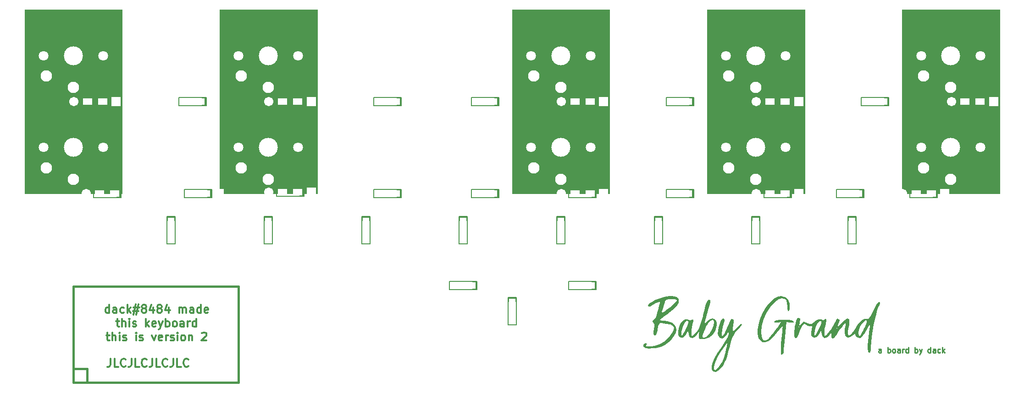
<source format=gbr>
G04 #@! TF.GenerationSoftware,KiCad,Pcbnew,(5.1.4)-1*
G04 #@! TF.CreationDate,2021-07-28T13:43:45-07:00*
G04 #@! TF.ProjectId,pcbtesting,70636274-6573-4746-996e-672e6b696361,rev?*
G04 #@! TF.SameCoordinates,Original*
G04 #@! TF.FileFunction,Legend,Top*
G04 #@! TF.FilePolarity,Positive*
%FSLAX46Y46*%
G04 Gerber Fmt 4.6, Leading zero omitted, Abs format (unit mm)*
G04 Created by KiCad (PCBNEW (5.1.4)-1) date 2021-07-28 13:43:45*
%MOMM*%
%LPD*%
G04 APERTURE LIST*
%ADD10C,0.300000*%
%ADD11C,0.250000*%
%ADD12C,0.100000*%
%ADD13C,0.381000*%
%ADD14C,0.020000*%
%ADD15C,0.150000*%
%ADD16R,1.854600X1.854600*%
%ADD17C,1.854600*%
%ADD18C,2.102000*%
%ADD19C,1.802000*%
%ADD20C,3.502000*%
%ADD21R,1.702000X1.702000*%
%ADD22C,1.702000*%
%ADD23R,1.702000X1.302000*%
%ADD24R,1.302000X1.702000*%
G04 APERTURE END LIST*
D10*
X29871428Y-78578571D02*
X29871428Y-79650000D01*
X29800000Y-79864285D01*
X29657142Y-80007142D01*
X29442857Y-80078571D01*
X29300000Y-80078571D01*
X31300000Y-80078571D02*
X30585714Y-80078571D01*
X30585714Y-78578571D01*
X32657142Y-79935714D02*
X32585714Y-80007142D01*
X32371428Y-80078571D01*
X32228571Y-80078571D01*
X32014285Y-80007142D01*
X31871428Y-79864285D01*
X31800000Y-79721428D01*
X31728571Y-79435714D01*
X31728571Y-79221428D01*
X31800000Y-78935714D01*
X31871428Y-78792857D01*
X32014285Y-78650000D01*
X32228571Y-78578571D01*
X32371428Y-78578571D01*
X32585714Y-78650000D01*
X32657142Y-78721428D01*
X33728571Y-78578571D02*
X33728571Y-79650000D01*
X33657142Y-79864285D01*
X33514285Y-80007142D01*
X33300000Y-80078571D01*
X33157142Y-80078571D01*
X35157142Y-80078571D02*
X34442857Y-80078571D01*
X34442857Y-78578571D01*
X36514285Y-79935714D02*
X36442857Y-80007142D01*
X36228571Y-80078571D01*
X36085714Y-80078571D01*
X35871428Y-80007142D01*
X35728571Y-79864285D01*
X35657142Y-79721428D01*
X35585714Y-79435714D01*
X35585714Y-79221428D01*
X35657142Y-78935714D01*
X35728571Y-78792857D01*
X35871428Y-78650000D01*
X36085714Y-78578571D01*
X36228571Y-78578571D01*
X36442857Y-78650000D01*
X36514285Y-78721428D01*
X37585714Y-78578571D02*
X37585714Y-79650000D01*
X37514285Y-79864285D01*
X37371428Y-80007142D01*
X37157142Y-80078571D01*
X37014285Y-80078571D01*
X39014285Y-80078571D02*
X38300000Y-80078571D01*
X38300000Y-78578571D01*
X40371428Y-79935714D02*
X40300000Y-80007142D01*
X40085714Y-80078571D01*
X39942857Y-80078571D01*
X39728571Y-80007142D01*
X39585714Y-79864285D01*
X39514285Y-79721428D01*
X39442857Y-79435714D01*
X39442857Y-79221428D01*
X39514285Y-78935714D01*
X39585714Y-78792857D01*
X39728571Y-78650000D01*
X39942857Y-78578571D01*
X40085714Y-78578571D01*
X40300000Y-78650000D01*
X40371428Y-78721428D01*
X41442857Y-78578571D02*
X41442857Y-79650000D01*
X41371428Y-79864285D01*
X41228571Y-80007142D01*
X41014285Y-80078571D01*
X40871428Y-80078571D01*
X42871428Y-80078571D02*
X42157142Y-80078571D01*
X42157142Y-78578571D01*
X44228571Y-79935714D02*
X44157142Y-80007142D01*
X43942857Y-80078571D01*
X43800000Y-80078571D01*
X43585714Y-80007142D01*
X43442857Y-79864285D01*
X43371428Y-79721428D01*
X43300000Y-79435714D01*
X43300000Y-79221428D01*
X43371428Y-78935714D01*
X43442857Y-78792857D01*
X43585714Y-78650000D01*
X43800000Y-78578571D01*
X43942857Y-78578571D01*
X44157142Y-78650000D01*
X44228571Y-78721428D01*
X29614285Y-70128571D02*
X29614285Y-68628571D01*
X29614285Y-70057142D02*
X29471428Y-70128571D01*
X29185714Y-70128571D01*
X29042857Y-70057142D01*
X28971428Y-69985714D01*
X28900000Y-69842857D01*
X28900000Y-69414285D01*
X28971428Y-69271428D01*
X29042857Y-69200000D01*
X29185714Y-69128571D01*
X29471428Y-69128571D01*
X29614285Y-69200000D01*
X30971428Y-70128571D02*
X30971428Y-69342857D01*
X30900000Y-69200000D01*
X30757142Y-69128571D01*
X30471428Y-69128571D01*
X30328571Y-69200000D01*
X30971428Y-70057142D02*
X30828571Y-70128571D01*
X30471428Y-70128571D01*
X30328571Y-70057142D01*
X30257142Y-69914285D01*
X30257142Y-69771428D01*
X30328571Y-69628571D01*
X30471428Y-69557142D01*
X30828571Y-69557142D01*
X30971428Y-69485714D01*
X32328571Y-70057142D02*
X32185714Y-70128571D01*
X31900000Y-70128571D01*
X31757142Y-70057142D01*
X31685714Y-69985714D01*
X31614285Y-69842857D01*
X31614285Y-69414285D01*
X31685714Y-69271428D01*
X31757142Y-69200000D01*
X31900000Y-69128571D01*
X32185714Y-69128571D01*
X32328571Y-69200000D01*
X32971428Y-70128571D02*
X32971428Y-68628571D01*
X33114285Y-69557142D02*
X33542857Y-70128571D01*
X33542857Y-69128571D02*
X32971428Y-69700000D01*
X34114285Y-69128571D02*
X35185714Y-69128571D01*
X34542857Y-68485714D02*
X34114285Y-70414285D01*
X35042857Y-69771428D02*
X33971428Y-69771428D01*
X34614285Y-70414285D02*
X35042857Y-68485714D01*
X35900000Y-69271428D02*
X35757142Y-69200000D01*
X35685714Y-69128571D01*
X35614285Y-68985714D01*
X35614285Y-68914285D01*
X35685714Y-68771428D01*
X35757142Y-68700000D01*
X35900000Y-68628571D01*
X36185714Y-68628571D01*
X36328571Y-68700000D01*
X36400000Y-68771428D01*
X36471428Y-68914285D01*
X36471428Y-68985714D01*
X36400000Y-69128571D01*
X36328571Y-69200000D01*
X36185714Y-69271428D01*
X35900000Y-69271428D01*
X35757142Y-69342857D01*
X35685714Y-69414285D01*
X35614285Y-69557142D01*
X35614285Y-69842857D01*
X35685714Y-69985714D01*
X35757142Y-70057142D01*
X35900000Y-70128571D01*
X36185714Y-70128571D01*
X36328571Y-70057142D01*
X36400000Y-69985714D01*
X36471428Y-69842857D01*
X36471428Y-69557142D01*
X36400000Y-69414285D01*
X36328571Y-69342857D01*
X36185714Y-69271428D01*
X37757142Y-69128571D02*
X37757142Y-70128571D01*
X37400000Y-68557142D02*
X37042857Y-69628571D01*
X37971428Y-69628571D01*
X38757142Y-69271428D02*
X38614285Y-69200000D01*
X38542857Y-69128571D01*
X38471428Y-68985714D01*
X38471428Y-68914285D01*
X38542857Y-68771428D01*
X38614285Y-68700000D01*
X38757142Y-68628571D01*
X39042857Y-68628571D01*
X39185714Y-68700000D01*
X39257142Y-68771428D01*
X39328571Y-68914285D01*
X39328571Y-68985714D01*
X39257142Y-69128571D01*
X39185714Y-69200000D01*
X39042857Y-69271428D01*
X38757142Y-69271428D01*
X38614285Y-69342857D01*
X38542857Y-69414285D01*
X38471428Y-69557142D01*
X38471428Y-69842857D01*
X38542857Y-69985714D01*
X38614285Y-70057142D01*
X38757142Y-70128571D01*
X39042857Y-70128571D01*
X39185714Y-70057142D01*
X39257142Y-69985714D01*
X39328571Y-69842857D01*
X39328571Y-69557142D01*
X39257142Y-69414285D01*
X39185714Y-69342857D01*
X39042857Y-69271428D01*
X40614285Y-69128571D02*
X40614285Y-70128571D01*
X40257142Y-68557142D02*
X39900000Y-69628571D01*
X40828571Y-69628571D01*
X42542857Y-70128571D02*
X42542857Y-69128571D01*
X42542857Y-69271428D02*
X42614285Y-69200000D01*
X42757142Y-69128571D01*
X42971428Y-69128571D01*
X43114285Y-69200000D01*
X43185714Y-69342857D01*
X43185714Y-70128571D01*
X43185714Y-69342857D02*
X43257142Y-69200000D01*
X43400000Y-69128571D01*
X43614285Y-69128571D01*
X43757142Y-69200000D01*
X43828571Y-69342857D01*
X43828571Y-70128571D01*
X45185714Y-70128571D02*
X45185714Y-69342857D01*
X45114285Y-69200000D01*
X44971428Y-69128571D01*
X44685714Y-69128571D01*
X44542857Y-69200000D01*
X45185714Y-70057142D02*
X45042857Y-70128571D01*
X44685714Y-70128571D01*
X44542857Y-70057142D01*
X44471428Y-69914285D01*
X44471428Y-69771428D01*
X44542857Y-69628571D01*
X44685714Y-69557142D01*
X45042857Y-69557142D01*
X45185714Y-69485714D01*
X46542857Y-70128571D02*
X46542857Y-68628571D01*
X46542857Y-70057142D02*
X46400000Y-70128571D01*
X46114285Y-70128571D01*
X45971428Y-70057142D01*
X45900000Y-69985714D01*
X45828571Y-69842857D01*
X45828571Y-69414285D01*
X45900000Y-69271428D01*
X45971428Y-69200000D01*
X46114285Y-69128571D01*
X46400000Y-69128571D01*
X46542857Y-69200000D01*
X47828571Y-70057142D02*
X47685714Y-70128571D01*
X47400000Y-70128571D01*
X47257142Y-70057142D01*
X47185714Y-69914285D01*
X47185714Y-69342857D01*
X47257142Y-69200000D01*
X47400000Y-69128571D01*
X47685714Y-69128571D01*
X47828571Y-69200000D01*
X47900000Y-69342857D01*
X47900000Y-69485714D01*
X47185714Y-69628571D01*
X30900000Y-71678571D02*
X31471428Y-71678571D01*
X31114285Y-71178571D02*
X31114285Y-72464285D01*
X31185714Y-72607142D01*
X31328571Y-72678571D01*
X31471428Y-72678571D01*
X31971428Y-72678571D02*
X31971428Y-71178571D01*
X32614285Y-72678571D02*
X32614285Y-71892857D01*
X32542857Y-71750000D01*
X32400000Y-71678571D01*
X32185714Y-71678571D01*
X32042857Y-71750000D01*
X31971428Y-71821428D01*
X33328571Y-72678571D02*
X33328571Y-71678571D01*
X33328571Y-71178571D02*
X33257142Y-71250000D01*
X33328571Y-71321428D01*
X33400000Y-71250000D01*
X33328571Y-71178571D01*
X33328571Y-71321428D01*
X33971428Y-72607142D02*
X34114285Y-72678571D01*
X34400000Y-72678571D01*
X34542857Y-72607142D01*
X34614285Y-72464285D01*
X34614285Y-72392857D01*
X34542857Y-72250000D01*
X34400000Y-72178571D01*
X34185714Y-72178571D01*
X34042857Y-72107142D01*
X33971428Y-71964285D01*
X33971428Y-71892857D01*
X34042857Y-71750000D01*
X34185714Y-71678571D01*
X34400000Y-71678571D01*
X34542857Y-71750000D01*
X36400000Y-72678571D02*
X36400000Y-71178571D01*
X36542857Y-72107142D02*
X36971428Y-72678571D01*
X36971428Y-71678571D02*
X36400000Y-72250000D01*
X38185714Y-72607142D02*
X38042857Y-72678571D01*
X37757142Y-72678571D01*
X37614285Y-72607142D01*
X37542857Y-72464285D01*
X37542857Y-71892857D01*
X37614285Y-71750000D01*
X37757142Y-71678571D01*
X38042857Y-71678571D01*
X38185714Y-71750000D01*
X38257142Y-71892857D01*
X38257142Y-72035714D01*
X37542857Y-72178571D01*
X38757142Y-71678571D02*
X39114285Y-72678571D01*
X39471428Y-71678571D02*
X39114285Y-72678571D01*
X38971428Y-73035714D01*
X38900000Y-73107142D01*
X38757142Y-73178571D01*
X40042857Y-72678571D02*
X40042857Y-71178571D01*
X40042857Y-71750000D02*
X40185714Y-71678571D01*
X40471428Y-71678571D01*
X40614285Y-71750000D01*
X40685714Y-71821428D01*
X40757142Y-71964285D01*
X40757142Y-72392857D01*
X40685714Y-72535714D01*
X40614285Y-72607142D01*
X40471428Y-72678571D01*
X40185714Y-72678571D01*
X40042857Y-72607142D01*
X41614285Y-72678571D02*
X41471428Y-72607142D01*
X41400000Y-72535714D01*
X41328571Y-72392857D01*
X41328571Y-71964285D01*
X41400000Y-71821428D01*
X41471428Y-71750000D01*
X41614285Y-71678571D01*
X41828571Y-71678571D01*
X41971428Y-71750000D01*
X42042857Y-71821428D01*
X42114285Y-71964285D01*
X42114285Y-72392857D01*
X42042857Y-72535714D01*
X41971428Y-72607142D01*
X41828571Y-72678571D01*
X41614285Y-72678571D01*
X43400000Y-72678571D02*
X43400000Y-71892857D01*
X43328571Y-71750000D01*
X43185714Y-71678571D01*
X42900000Y-71678571D01*
X42757142Y-71750000D01*
X43400000Y-72607142D02*
X43257142Y-72678571D01*
X42900000Y-72678571D01*
X42757142Y-72607142D01*
X42685714Y-72464285D01*
X42685714Y-72321428D01*
X42757142Y-72178571D01*
X42900000Y-72107142D01*
X43257142Y-72107142D01*
X43400000Y-72035714D01*
X44114285Y-72678571D02*
X44114285Y-71678571D01*
X44114285Y-71964285D02*
X44185714Y-71821428D01*
X44257142Y-71750000D01*
X44400000Y-71678571D01*
X44542857Y-71678571D01*
X45685714Y-72678571D02*
X45685714Y-71178571D01*
X45685714Y-72607142D02*
X45542857Y-72678571D01*
X45257142Y-72678571D01*
X45114285Y-72607142D01*
X45042857Y-72535714D01*
X44971428Y-72392857D01*
X44971428Y-71964285D01*
X45042857Y-71821428D01*
X45114285Y-71750000D01*
X45257142Y-71678571D01*
X45542857Y-71678571D01*
X45685714Y-71750000D01*
X29078571Y-74228571D02*
X29649999Y-74228571D01*
X29292857Y-73728571D02*
X29292857Y-75014285D01*
X29364285Y-75157142D01*
X29507142Y-75228571D01*
X29649999Y-75228571D01*
X30149999Y-75228571D02*
X30149999Y-73728571D01*
X30792857Y-75228571D02*
X30792857Y-74442857D01*
X30721428Y-74300000D01*
X30578571Y-74228571D01*
X30364285Y-74228571D01*
X30221428Y-74300000D01*
X30149999Y-74371428D01*
X31507142Y-75228571D02*
X31507142Y-74228571D01*
X31507142Y-73728571D02*
X31435714Y-73800000D01*
X31507142Y-73871428D01*
X31578571Y-73800000D01*
X31507142Y-73728571D01*
X31507142Y-73871428D01*
X32149999Y-75157142D02*
X32292857Y-75228571D01*
X32578571Y-75228571D01*
X32721428Y-75157142D01*
X32792857Y-75014285D01*
X32792857Y-74942857D01*
X32721428Y-74800000D01*
X32578571Y-74728571D01*
X32364285Y-74728571D01*
X32221428Y-74657142D01*
X32149999Y-74514285D01*
X32149999Y-74442857D01*
X32221428Y-74300000D01*
X32364285Y-74228571D01*
X32578571Y-74228571D01*
X32721428Y-74300000D01*
X34578571Y-75228571D02*
X34578571Y-74228571D01*
X34578571Y-73728571D02*
X34507142Y-73800000D01*
X34578571Y-73871428D01*
X34650000Y-73800000D01*
X34578571Y-73728571D01*
X34578571Y-73871428D01*
X35221428Y-75157142D02*
X35364285Y-75228571D01*
X35650000Y-75228571D01*
X35792857Y-75157142D01*
X35864285Y-75014285D01*
X35864285Y-74942857D01*
X35792857Y-74800000D01*
X35650000Y-74728571D01*
X35435714Y-74728571D01*
X35292857Y-74657142D01*
X35221428Y-74514285D01*
X35221428Y-74442857D01*
X35292857Y-74300000D01*
X35435714Y-74228571D01*
X35650000Y-74228571D01*
X35792857Y-74300000D01*
X37507142Y-74228571D02*
X37864285Y-75228571D01*
X38221428Y-74228571D01*
X39364285Y-75157142D02*
X39221428Y-75228571D01*
X38935714Y-75228571D01*
X38792857Y-75157142D01*
X38721428Y-75014285D01*
X38721428Y-74442857D01*
X38792857Y-74300000D01*
X38935714Y-74228571D01*
X39221428Y-74228571D01*
X39364285Y-74300000D01*
X39435714Y-74442857D01*
X39435714Y-74585714D01*
X38721428Y-74728571D01*
X40078571Y-75228571D02*
X40078571Y-74228571D01*
X40078571Y-74514285D02*
X40150000Y-74371428D01*
X40221428Y-74300000D01*
X40364285Y-74228571D01*
X40507142Y-74228571D01*
X40935714Y-75157142D02*
X41078571Y-75228571D01*
X41364285Y-75228571D01*
X41507142Y-75157142D01*
X41578571Y-75014285D01*
X41578571Y-74942857D01*
X41507142Y-74800000D01*
X41364285Y-74728571D01*
X41150000Y-74728571D01*
X41007142Y-74657142D01*
X40935714Y-74514285D01*
X40935714Y-74442857D01*
X41007142Y-74300000D01*
X41150000Y-74228571D01*
X41364285Y-74228571D01*
X41507142Y-74300000D01*
X42221428Y-75228571D02*
X42221428Y-74228571D01*
X42221428Y-73728571D02*
X42150000Y-73800000D01*
X42221428Y-73871428D01*
X42292857Y-73800000D01*
X42221428Y-73728571D01*
X42221428Y-73871428D01*
X43150000Y-75228571D02*
X43007142Y-75157142D01*
X42935714Y-75085714D01*
X42864285Y-74942857D01*
X42864285Y-74514285D01*
X42935714Y-74371428D01*
X43007142Y-74300000D01*
X43150000Y-74228571D01*
X43364285Y-74228571D01*
X43507142Y-74300000D01*
X43578571Y-74371428D01*
X43650000Y-74514285D01*
X43650000Y-74942857D01*
X43578571Y-75085714D01*
X43507142Y-75157142D01*
X43364285Y-75228571D01*
X43150000Y-75228571D01*
X44292857Y-74228571D02*
X44292857Y-75228571D01*
X44292857Y-74371428D02*
X44364285Y-74300000D01*
X44507142Y-74228571D01*
X44721428Y-74228571D01*
X44864285Y-74300000D01*
X44935714Y-74442857D01*
X44935714Y-75228571D01*
X46721428Y-73871428D02*
X46792857Y-73800000D01*
X46935714Y-73728571D01*
X47292857Y-73728571D01*
X47435714Y-73800000D01*
X47507142Y-73871428D01*
X47578571Y-74014285D01*
X47578571Y-74157142D01*
X47507142Y-74371428D01*
X46650000Y-75228571D01*
X47578571Y-75228571D01*
D11*
X172130952Y-77452380D02*
X172130952Y-76928571D01*
X172083333Y-76833333D01*
X171988095Y-76785714D01*
X171797619Y-76785714D01*
X171702380Y-76833333D01*
X172130952Y-77404761D02*
X172035714Y-77452380D01*
X171797619Y-77452380D01*
X171702380Y-77404761D01*
X171654761Y-77309523D01*
X171654761Y-77214285D01*
X171702380Y-77119047D01*
X171797619Y-77071428D01*
X172035714Y-77071428D01*
X172130952Y-77023809D01*
X173369047Y-77452380D02*
X173369047Y-76452380D01*
X173369047Y-76833333D02*
X173464285Y-76785714D01*
X173654761Y-76785714D01*
X173750000Y-76833333D01*
X173797619Y-76880952D01*
X173845238Y-76976190D01*
X173845238Y-77261904D01*
X173797619Y-77357142D01*
X173750000Y-77404761D01*
X173654761Y-77452380D01*
X173464285Y-77452380D01*
X173369047Y-77404761D01*
X174416666Y-77452380D02*
X174321428Y-77404761D01*
X174273809Y-77357142D01*
X174226190Y-77261904D01*
X174226190Y-76976190D01*
X174273809Y-76880952D01*
X174321428Y-76833333D01*
X174416666Y-76785714D01*
X174559523Y-76785714D01*
X174654761Y-76833333D01*
X174702380Y-76880952D01*
X174750000Y-76976190D01*
X174750000Y-77261904D01*
X174702380Y-77357142D01*
X174654761Y-77404761D01*
X174559523Y-77452380D01*
X174416666Y-77452380D01*
X175607142Y-77452380D02*
X175607142Y-76928571D01*
X175559523Y-76833333D01*
X175464285Y-76785714D01*
X175273809Y-76785714D01*
X175178571Y-76833333D01*
X175607142Y-77404761D02*
X175511904Y-77452380D01*
X175273809Y-77452380D01*
X175178571Y-77404761D01*
X175130952Y-77309523D01*
X175130952Y-77214285D01*
X175178571Y-77119047D01*
X175273809Y-77071428D01*
X175511904Y-77071428D01*
X175607142Y-77023809D01*
X176083333Y-77452380D02*
X176083333Y-76785714D01*
X176083333Y-76976190D02*
X176130952Y-76880952D01*
X176178571Y-76833333D01*
X176273809Y-76785714D01*
X176369047Y-76785714D01*
X177130952Y-77452380D02*
X177130952Y-76452380D01*
X177130952Y-77404761D02*
X177035714Y-77452380D01*
X176845238Y-77452380D01*
X176750000Y-77404761D01*
X176702380Y-77357142D01*
X176654761Y-77261904D01*
X176654761Y-76976190D01*
X176702380Y-76880952D01*
X176750000Y-76833333D01*
X176845238Y-76785714D01*
X177035714Y-76785714D01*
X177130952Y-76833333D01*
X178369047Y-77452380D02*
X178369047Y-76452380D01*
X178369047Y-76833333D02*
X178464285Y-76785714D01*
X178654761Y-76785714D01*
X178750000Y-76833333D01*
X178797619Y-76880952D01*
X178845238Y-76976190D01*
X178845238Y-77261904D01*
X178797619Y-77357142D01*
X178750000Y-77404761D01*
X178654761Y-77452380D01*
X178464285Y-77452380D01*
X178369047Y-77404761D01*
X179178571Y-76785714D02*
X179416666Y-77452380D01*
X179654761Y-76785714D02*
X179416666Y-77452380D01*
X179321428Y-77690476D01*
X179273809Y-77738095D01*
X179178571Y-77785714D01*
X181226190Y-77452380D02*
X181226190Y-76452380D01*
X181226190Y-77404761D02*
X181130952Y-77452380D01*
X180940476Y-77452380D01*
X180845238Y-77404761D01*
X180797619Y-77357142D01*
X180750000Y-77261904D01*
X180750000Y-76976190D01*
X180797619Y-76880952D01*
X180845238Y-76833333D01*
X180940476Y-76785714D01*
X181130952Y-76785714D01*
X181226190Y-76833333D01*
X182130952Y-77452380D02*
X182130952Y-76928571D01*
X182083333Y-76833333D01*
X181988095Y-76785714D01*
X181797619Y-76785714D01*
X181702380Y-76833333D01*
X182130952Y-77404761D02*
X182035714Y-77452380D01*
X181797619Y-77452380D01*
X181702380Y-77404761D01*
X181654761Y-77309523D01*
X181654761Y-77214285D01*
X181702380Y-77119047D01*
X181797619Y-77071428D01*
X182035714Y-77071428D01*
X182130952Y-77023809D01*
X183035714Y-77404761D02*
X182940476Y-77452380D01*
X182750000Y-77452380D01*
X182654761Y-77404761D01*
X182607142Y-77357142D01*
X182559523Y-77261904D01*
X182559523Y-76976190D01*
X182607142Y-76880952D01*
X182654761Y-76833333D01*
X182750000Y-76785714D01*
X182940476Y-76785714D01*
X183035714Y-76833333D01*
X183464285Y-77452380D02*
X183464285Y-76452380D01*
X183559523Y-77071428D02*
X183845238Y-77452380D01*
X183845238Y-76785714D02*
X183464285Y-77166666D01*
D12*
G36*
X194000000Y-48000000D02*
G01*
X176000000Y-48000000D01*
X176000000Y-14000000D01*
X194000000Y-14000000D01*
X194000000Y-48000000D01*
G37*
X194000000Y-48000000D02*
X176000000Y-48000000D01*
X176000000Y-14000000D01*
X194000000Y-14000000D01*
X194000000Y-48000000D01*
G36*
X158000000Y-48000000D02*
G01*
X140000000Y-48000000D01*
X140000000Y-14000000D01*
X158000000Y-14000000D01*
X158000000Y-48000000D01*
G37*
X158000000Y-48000000D02*
X140000000Y-48000000D01*
X140000000Y-14000000D01*
X158000000Y-14000000D01*
X158000000Y-48000000D01*
G36*
X122000000Y-48000000D02*
G01*
X104000000Y-48000000D01*
X104000000Y-14000000D01*
X122000000Y-14000000D01*
X122000000Y-48000000D01*
G37*
X122000000Y-48000000D02*
X104000000Y-48000000D01*
X104000000Y-14000000D01*
X122000000Y-14000000D01*
X122000000Y-48000000D01*
G36*
X68000000Y-48000000D02*
G01*
X50000000Y-48000000D01*
X50000000Y-14000000D01*
X68000000Y-14000000D01*
X68000000Y-48000000D01*
G37*
X68000000Y-48000000D02*
X50000000Y-48000000D01*
X50000000Y-14000000D01*
X68000000Y-14000000D01*
X68000000Y-48000000D01*
G36*
X32000000Y-48000000D02*
G01*
X14000000Y-48000000D01*
X14000000Y-14000000D01*
X32000000Y-14000000D01*
X32000000Y-48000000D01*
G37*
X32000000Y-48000000D02*
X14000000Y-48000000D01*
X14000000Y-14000000D01*
X32000000Y-14000000D01*
X32000000Y-48000000D01*
D13*
X23010000Y-65230000D02*
X23010000Y-83010000D01*
X23010000Y-83010000D02*
X53490000Y-83010000D01*
X53490000Y-83010000D02*
X53490000Y-65230000D01*
X53490000Y-65230000D02*
X23010000Y-65230000D01*
X23010000Y-80470000D02*
X25550000Y-80470000D01*
X25550000Y-80470000D02*
X25550000Y-83010000D01*
D14*
G36*
X140554505Y-67778521D02*
G01*
X140617497Y-68064821D01*
X140492974Y-68557324D01*
X140479560Y-68593796D01*
X140338835Y-69019907D01*
X140165771Y-69613274D01*
X139992776Y-70261544D01*
X139954963Y-70412429D01*
X139808333Y-71001745D01*
X139679823Y-71510452D01*
X139590833Y-71854096D01*
X139573134Y-71919209D01*
X139586167Y-72026091D01*
X139752545Y-71912519D01*
X139994173Y-71668079D01*
X140485497Y-71268046D01*
X140937995Y-71122486D01*
X141323987Y-71199083D01*
X141615793Y-71465518D01*
X141785732Y-71889477D01*
X141806123Y-72438642D01*
X141649287Y-73080698D01*
X141497458Y-73423139D01*
X140980631Y-74164047D01*
X140316017Y-74668219D01*
X139522492Y-74921736D01*
X139452542Y-74930946D01*
X139000376Y-74956840D01*
X138653207Y-74927592D01*
X138550118Y-74890692D01*
X138436597Y-74682492D01*
X138437732Y-74585334D01*
X139173364Y-74585334D01*
X139178588Y-74595129D01*
X139379811Y-74682243D01*
X139707859Y-74567440D01*
X140113116Y-74275166D01*
X140403890Y-73991406D01*
X140877727Y-73290536D01*
X141171265Y-72453780D01*
X141246328Y-71783912D01*
X141173171Y-71493461D01*
X140979049Y-71419474D01*
X140701988Y-71539470D01*
X140380011Y-71830966D01*
X140051142Y-72271483D01*
X139864990Y-72600613D01*
X139540051Y-73288649D01*
X139304944Y-73882263D01*
X139176954Y-74331232D01*
X139173364Y-74585334D01*
X138437732Y-74585334D01*
X138441480Y-74264656D01*
X138459182Y-74131615D01*
X138553156Y-73497740D01*
X138105825Y-74090924D01*
X137664003Y-74565800D01*
X137268574Y-74775450D01*
X136939287Y-74721139D01*
X136695893Y-74404129D01*
X136581378Y-73993441D01*
X136483318Y-73413030D01*
X136069678Y-74065272D01*
X135754368Y-74491070D01*
X135477091Y-74689223D01*
X135311692Y-74717514D01*
X134937234Y-74632865D01*
X134725645Y-74360526D01*
X134690012Y-74085071D01*
X135243754Y-74085071D01*
X135287215Y-74298113D01*
X135420955Y-74250706D01*
X135638753Y-73946621D01*
X135934386Y-73389630D01*
X136046981Y-73153081D01*
X136347276Y-72466178D01*
X136518317Y-71976827D01*
X136552980Y-71706633D01*
X136535530Y-71671349D01*
X136299335Y-71590747D01*
X136038244Y-71754605D01*
X135776737Y-72124659D01*
X135539291Y-72662643D01*
X135350385Y-73330291D01*
X135296796Y-73607808D01*
X135243754Y-74085071D01*
X134690012Y-74085071D01*
X134662567Y-73872913D01*
X134684891Y-73513367D01*
X134844298Y-72697530D01*
X135122601Y-72041792D01*
X135494168Y-71576640D01*
X135933370Y-71332560D01*
X136414574Y-71340039D01*
X136490698Y-71365460D01*
X136913867Y-71436340D01*
X137119462Y-71362303D01*
X137358270Y-71272091D01*
X137463687Y-71398276D01*
X137439104Y-71755832D01*
X137320007Y-72247595D01*
X137199171Y-72782073D01*
X137120173Y-73337150D01*
X137086846Y-73842250D01*
X137103026Y-74226795D01*
X137172548Y-74420210D01*
X137201400Y-74430508D01*
X137383582Y-74322486D01*
X137674103Y-74038226D01*
X138017901Y-73637439D01*
X138359912Y-73179838D01*
X138375346Y-73157457D01*
X138539815Y-72827428D01*
X138746149Y-72274954D01*
X138974789Y-71557943D01*
X139206174Y-70734305D01*
X139247838Y-70574406D01*
X139502270Y-69597613D01*
X139702224Y-68865781D01*
X139860152Y-68344778D01*
X139988505Y-68000473D01*
X140099732Y-67798733D01*
X140206286Y-67705426D01*
X140301538Y-67685876D01*
X140554505Y-67778521D01*
G37*
G36*
X134089633Y-67036063D02*
G01*
X134532601Y-67246863D01*
X134754538Y-67612307D01*
X134788700Y-67904274D01*
X134724073Y-68279480D01*
X134513095Y-68672954D01*
X134130120Y-69113622D01*
X133549506Y-69630406D01*
X132745605Y-70252231D01*
X132634008Y-70334480D01*
X132112271Y-70723532D01*
X131679422Y-71057769D01*
X131386724Y-71296889D01*
X131287691Y-71392986D01*
X131375073Y-71469289D01*
X131681325Y-71542610D01*
X132108007Y-71593953D01*
X132672965Y-71671822D01*
X133192023Y-71797456D01*
X133465355Y-71902754D01*
X133913221Y-72261881D01*
X134235496Y-72760473D01*
X134358192Y-73281076D01*
X134240603Y-73775498D01*
X133920769Y-74351766D01*
X133448092Y-74953716D01*
X132871972Y-75525184D01*
X132241811Y-76010006D01*
X131686822Y-76318158D01*
X131181659Y-76480761D01*
X130544812Y-76601832D01*
X129869960Y-76672826D01*
X129250784Y-76685193D01*
X128780962Y-76630387D01*
X128668639Y-76593534D01*
X128388814Y-76431187D01*
X128273541Y-76319051D01*
X128242088Y-76044048D01*
X128404762Y-75803601D01*
X128633432Y-75722034D01*
X128871778Y-75787662D01*
X128854388Y-75977303D01*
X128725706Y-76140337D01*
X128714856Y-76255573D01*
X128925050Y-76309805D01*
X129298420Y-76309720D01*
X129777101Y-76262005D01*
X130303227Y-76173347D01*
X130818932Y-76050433D01*
X131266350Y-75899950D01*
X131422934Y-75828636D01*
X132065028Y-75426819D01*
X132665947Y-74916333D01*
X133186581Y-74347154D01*
X133587817Y-73769257D01*
X133830543Y-73232618D01*
X133875645Y-72787214D01*
X133858504Y-72716579D01*
X133653866Y-72461737D01*
X133208728Y-72261702D01*
X132505437Y-72109931D01*
X132064058Y-72051518D01*
X131586488Y-72004906D01*
X131314954Y-72016786D01*
X131170864Y-72108782D01*
X131075626Y-72302517D01*
X131066666Y-72325942D01*
X130963893Y-72690037D01*
X130864859Y-73188151D01*
X130827952Y-73432590D01*
X130707149Y-73952228D01*
X130524144Y-74236382D01*
X130297074Y-74264847D01*
X130165934Y-74170228D01*
X130088402Y-73959720D01*
X130099433Y-73544978D01*
X130159835Y-73110778D01*
X130232328Y-72576973D01*
X130230394Y-72243516D01*
X130150548Y-72032652D01*
X130109114Y-71979661D01*
X129929526Y-71682156D01*
X130003654Y-71432501D01*
X130268361Y-71214891D01*
X130526086Y-70986063D01*
X130627119Y-70783931D01*
X130665278Y-70565155D01*
X130767352Y-70145726D01*
X130839841Y-69877250D01*
X131655330Y-69877250D01*
X131666161Y-70034753D01*
X131810078Y-70017752D01*
X132112888Y-69827042D01*
X132600398Y-69463417D01*
X133110302Y-69071913D01*
X133776756Y-68538755D01*
X134203148Y-68138693D01*
X134394448Y-67855378D01*
X134355621Y-67672463D01*
X134091638Y-67573602D01*
X133607464Y-67542447D01*
X133575128Y-67542373D01*
X132919177Y-67583519D01*
X132462976Y-67699748D01*
X132242046Y-67880244D01*
X132226825Y-67952920D01*
X132181578Y-68207809D01*
X132063160Y-68630741D01*
X131929702Y-69035552D01*
X131751779Y-69544448D01*
X131655330Y-69877250D01*
X130839841Y-69877250D01*
X130914732Y-69599880D01*
X130990762Y-69333181D01*
X131145872Y-68777536D01*
X131257580Y-68337404D01*
X131310228Y-68076619D01*
X131309580Y-68033497D01*
X131157593Y-68056157D01*
X130840875Y-68179325D01*
X130444235Y-68361726D01*
X130052483Y-68562085D01*
X129750427Y-68739127D01*
X129622876Y-68851577D01*
X129622599Y-68854522D01*
X129518210Y-68964276D01*
X129302211Y-68954749D01*
X129120357Y-68833690D01*
X129116454Y-68827612D01*
X129126886Y-68602625D01*
X129370809Y-68335512D01*
X129801562Y-68046485D01*
X130372482Y-67755759D01*
X131036908Y-67483545D01*
X131748176Y-67250057D01*
X132459626Y-67075507D01*
X133124595Y-66980107D01*
X133408609Y-66968362D01*
X134089633Y-67036063D01*
G37*
G36*
X171738134Y-68063514D02*
G01*
X171906965Y-68171327D01*
X171933967Y-68355416D01*
X171815200Y-68681241D01*
X171684962Y-68947242D01*
X171449889Y-69525430D01*
X171206086Y-70327704D01*
X170965595Y-71291898D01*
X170740457Y-72355845D01*
X170542715Y-73457378D01*
X170384408Y-74534330D01*
X170277580Y-75524536D01*
X170234272Y-76365828D01*
X170233898Y-76438603D01*
X170217686Y-77004388D01*
X170163908Y-77325243D01*
X170064855Y-77441686D01*
X170042561Y-77444068D01*
X169798501Y-77380324D01*
X169755555Y-77348399D01*
X169692889Y-77134836D01*
X169665375Y-76694369D01*
X169671105Y-76084694D01*
X169708171Y-75363511D01*
X169774665Y-74588517D01*
X169868681Y-73817411D01*
X169873381Y-73784746D01*
X169961199Y-73165633D01*
X170030835Y-72650016D01*
X170073298Y-72305900D01*
X170082069Y-72206215D01*
X170021735Y-72255671D01*
X169860074Y-72511138D01*
X169627229Y-72923507D01*
X169524602Y-73114431D01*
X169138812Y-73809952D01*
X168830569Y-74283010D01*
X168566490Y-74575845D01*
X168313194Y-74730699D01*
X168224848Y-74759097D01*
X167861879Y-74725902D01*
X167539593Y-74502247D01*
X167369704Y-74173523D01*
X167363842Y-74100956D01*
X167351003Y-73908492D01*
X167273993Y-73904212D01*
X167075072Y-74099329D01*
X167009562Y-74169754D01*
X166532934Y-74559529D01*
X166085275Y-74666521D01*
X165792426Y-74577819D01*
X165501953Y-74275714D01*
X165385348Y-73766770D01*
X165440711Y-73040079D01*
X165484289Y-72808066D01*
X165566209Y-72348495D01*
X165601675Y-72013291D01*
X165588784Y-71890102D01*
X165477614Y-71962437D01*
X165247564Y-72221490D01*
X164938093Y-72614601D01*
X164588662Y-73089114D01*
X164238731Y-73592370D01*
X163927761Y-74071711D01*
X163819498Y-74251130D01*
X163505467Y-74683570D01*
X163232427Y-74869654D01*
X163028164Y-74807187D01*
X162920464Y-74493977D01*
X162910708Y-74322881D01*
X162906162Y-73784746D01*
X162610113Y-74181602D01*
X162187012Y-74624539D01*
X161798759Y-74797937D01*
X161471280Y-74705517D01*
X161230501Y-74350998D01*
X161130698Y-73969337D01*
X161029826Y-73354237D01*
X160806557Y-73784746D01*
X160465216Y-74335819D01*
X160131034Y-74635605D01*
X159804626Y-74717514D01*
X159457496Y-74596127D01*
X159257733Y-74250779D01*
X159236829Y-73981875D01*
X159819853Y-73981875D01*
X159837414Y-74254197D01*
X159949008Y-74259121D01*
X160152144Y-73997642D01*
X160444331Y-73470754D01*
X160596798Y-73162698D01*
X160901877Y-72500621D01*
X161071955Y-72051433D01*
X161118084Y-71780959D01*
X161077992Y-71674828D01*
X160851712Y-71606356D01*
X160595659Y-71778367D01*
X160337074Y-72150056D01*
X160103196Y-72680621D01*
X159921265Y-73329258D01*
X159898817Y-73441163D01*
X159819853Y-73981875D01*
X159236829Y-73981875D01*
X159215670Y-73709688D01*
X159276129Y-73274454D01*
X159421465Y-72564972D01*
X158961637Y-72564972D01*
X158583443Y-72501416D01*
X158323164Y-72349717D01*
X158092755Y-72168070D01*
X157973260Y-72134463D01*
X157788748Y-72261294D01*
X157547087Y-72603653D01*
X157280527Y-73104345D01*
X157021320Y-73706171D01*
X156902257Y-74033880D01*
X156710386Y-74506663D01*
X156525909Y-74741483D01*
X156372182Y-74789265D01*
X156154277Y-74658883D01*
X156050369Y-74273914D01*
X156061521Y-73643624D01*
X156159605Y-72936932D01*
X156216214Y-72636723D01*
X156888135Y-72636723D01*
X156959887Y-72708474D01*
X157031638Y-72636723D01*
X156959887Y-72564972D01*
X156888135Y-72636723D01*
X156216214Y-72636723D01*
X156311010Y-72134005D01*
X156444460Y-71578116D01*
X156575280Y-71231233D01*
X156718791Y-71055324D01*
X156890319Y-71012357D01*
X156933180Y-71016944D01*
X157170523Y-71108208D01*
X157223635Y-71205102D01*
X157185150Y-71426677D01*
X157118303Y-71803863D01*
X157097706Y-71919209D01*
X156995035Y-72493220D01*
X157419756Y-72094818D01*
X157844476Y-71696417D01*
X158464819Y-71974152D01*
X158958851Y-72150775D01*
X159330131Y-72137574D01*
X159683972Y-71913087D01*
X159923394Y-71676887D01*
X160282033Y-71414181D01*
X160691825Y-71276842D01*
X161057408Y-71282606D01*
X161270749Y-71426297D01*
X161436951Y-71474903D01*
X161611234Y-71356505D01*
X161873269Y-71206101D01*
X162027454Y-71293756D01*
X162056831Y-71585297D01*
X161948255Y-72035698D01*
X161807010Y-72542964D01*
X161705689Y-73102773D01*
X161651450Y-73637020D01*
X161651452Y-74067599D01*
X161712855Y-74316406D01*
X161737031Y-74340092D01*
X161922183Y-74297101D01*
X162206205Y-74043860D01*
X162554326Y-73624115D01*
X162931775Y-73081609D01*
X163026272Y-72923729D01*
X163919774Y-72923729D01*
X163991525Y-72995480D01*
X164063277Y-72923729D01*
X163991525Y-72851977D01*
X163919774Y-72923729D01*
X163026272Y-72923729D01*
X163303781Y-72460085D01*
X163451432Y-72183287D01*
X163707671Y-71700036D01*
X163917200Y-71334213D01*
X164045090Y-71145790D01*
X164063277Y-71132756D01*
X164232003Y-71201008D01*
X164335691Y-71261391D01*
X164445018Y-71382226D01*
X164436569Y-71589089D01*
X164305600Y-71965042D01*
X164293810Y-71994620D01*
X164159174Y-72366046D01*
X164097663Y-72608176D01*
X164101556Y-72651085D01*
X164218028Y-72580975D01*
X164481424Y-72349903D01*
X164839939Y-72003980D01*
X164927800Y-71915659D01*
X165385900Y-71471405D01*
X165705110Y-71224511D01*
X165932421Y-71153657D01*
X166114823Y-71237524D01*
X166207426Y-71335084D01*
X166282866Y-71511260D01*
X166285302Y-71811637D01*
X166211465Y-72294697D01*
X166132068Y-72683184D01*
X165996736Y-73443417D01*
X165973693Y-73953491D01*
X166063579Y-74227644D01*
X166204042Y-74287006D01*
X166424421Y-74171610D01*
X166736344Y-73864524D01*
X166778806Y-73811828D01*
X167936874Y-73811828D01*
X168001046Y-74244698D01*
X168087873Y-74397957D01*
X168204858Y-74345567D01*
X168363016Y-74150590D01*
X168557617Y-73846091D01*
X168816914Y-73380234D01*
X169085660Y-72852403D01*
X169092451Y-72838385D01*
X169315335Y-72322996D01*
X169449351Y-71900164D01*
X169470136Y-71647522D01*
X169468042Y-71641461D01*
X169381198Y-71491554D01*
X169235556Y-71510482D01*
X169019236Y-71642050D01*
X168606788Y-72037616D01*
X168265041Y-72592121D01*
X168029800Y-73214035D01*
X167936874Y-73811828D01*
X166778806Y-73811828D01*
X167090991Y-73424399D01*
X167439544Y-72909886D01*
X167641460Y-72560070D01*
X168048977Y-71962506D01*
X168533639Y-71508702D01*
X169038415Y-71239321D01*
X169506274Y-71195022D01*
X169544329Y-71203392D01*
X169691205Y-71216538D01*
X169829139Y-71149452D01*
X169986673Y-70963277D01*
X170192346Y-70619157D01*
X170474701Y-70078234D01*
X170697739Y-69633113D01*
X171066929Y-68912878D01*
X171343231Y-68428992D01*
X171545275Y-68153351D01*
X171691689Y-68057849D01*
X171738134Y-68063514D01*
G37*
G36*
X153920593Y-67025817D02*
G01*
X154526318Y-67272241D01*
X154972796Y-67726862D01*
X155233631Y-68343475D01*
X155282428Y-69075871D01*
X155245592Y-69345373D01*
X155135597Y-69708654D01*
X155010725Y-69809165D01*
X154896231Y-69668325D01*
X154817370Y-69307549D01*
X154797179Y-68965100D01*
X154756676Y-68273532D01*
X154645313Y-67818714D01*
X154445929Y-67555459D01*
X154223769Y-67455398D01*
X153734525Y-67422759D01*
X153233130Y-67591983D01*
X152660412Y-67985128D01*
X152545746Y-68080895D01*
X151696534Y-68976119D01*
X150983990Y-70065505D01*
X150441854Y-71275300D01*
X150103868Y-72531749D01*
X150002115Y-73640786D01*
X150059053Y-74405140D01*
X150220134Y-74928128D01*
X150477264Y-75200357D01*
X150822342Y-75212434D01*
X151181546Y-75008952D01*
X151436089Y-74758354D01*
X151804619Y-74332951D01*
X152238487Y-73794416D01*
X152689045Y-73204420D01*
X153107644Y-72624638D01*
X153373912Y-72229647D01*
X153636886Y-71822570D01*
X153002341Y-71870890D01*
X152591811Y-71878824D01*
X152401757Y-71809766D01*
X152367796Y-71703955D01*
X152499021Y-71553466D01*
X152849440Y-71443564D01*
X153354168Y-71373946D01*
X153948322Y-71344307D01*
X154567016Y-71354344D01*
X155145368Y-71403753D01*
X155618493Y-71492231D01*
X155921506Y-71619475D01*
X155996160Y-71720932D01*
X155977706Y-71855651D01*
X155811045Y-71907329D01*
X155434051Y-71891524D01*
X155347137Y-71883492D01*
X154653980Y-71816889D01*
X154396742Y-74522851D01*
X154314345Y-75390859D01*
X154240189Y-76174382D01*
X154179023Y-76823077D01*
X154135592Y-77286603D01*
X154114667Y-77514353D01*
X153984864Y-77770521D01*
X153838700Y-77847757D01*
X153701449Y-77838627D01*
X153626617Y-77705690D01*
X153597590Y-77390114D01*
X153595977Y-76988206D01*
X153614721Y-76476175D01*
X153659203Y-75775908D01*
X153722515Y-74984311D01*
X153788536Y-74287006D01*
X153856108Y-73604715D01*
X153907813Y-73035294D01*
X153938955Y-72634222D01*
X153944836Y-72456981D01*
X153943746Y-72453541D01*
X153851571Y-72539614D01*
X153635292Y-72803433D01*
X153339369Y-73190451D01*
X153300451Y-73242806D01*
X152526150Y-74217198D01*
X151839844Y-74927123D01*
X151231953Y-75378024D01*
X150692900Y-75575346D01*
X150213104Y-75524531D01*
X149789718Y-75237792D01*
X149477914Y-74734715D01*
X149325106Y-74044357D01*
X149322339Y-73212174D01*
X149460663Y-72283620D01*
X149731125Y-71304150D01*
X150124774Y-70319222D01*
X150632657Y-69374289D01*
X151070129Y-68736221D01*
X151731503Y-67993659D01*
X152424423Y-67441843D01*
X153109204Y-67104586D01*
X153746159Y-67005702D01*
X153920593Y-67025817D01*
G37*
G36*
X143125162Y-71232354D02*
G01*
X143212169Y-71397950D01*
X143193710Y-71673144D01*
X143064073Y-72132023D01*
X143053256Y-72165122D01*
X142888415Y-72751651D01*
X142770902Y-73334675D01*
X142707817Y-73850088D01*
X142706260Y-74233781D01*
X142773330Y-74421648D01*
X142802365Y-74430508D01*
X142964330Y-74299816D01*
X143198862Y-73929939D01*
X143488390Y-73354175D01*
X143815342Y-72605824D01*
X143976052Y-72206215D01*
X144222755Y-71632248D01*
X144423594Y-71309411D01*
X144603482Y-71210695D01*
X144787337Y-71309088D01*
X144795857Y-71317471D01*
X144889627Y-71508041D01*
X144898188Y-71848943D01*
X144832563Y-72352677D01*
X144732949Y-73000573D01*
X144704091Y-73384857D01*
X144764888Y-73524198D01*
X144934237Y-73437266D01*
X145231037Y-73142729D01*
X145422309Y-72935293D01*
X145900368Y-72440940D01*
X146219408Y-72179213D01*
X146383990Y-72146911D01*
X146410441Y-72242090D01*
X146321926Y-72392919D01*
X146087554Y-72702313D01*
X145751169Y-73113460D01*
X145607496Y-73282486D01*
X145183312Y-73792483D01*
X144872464Y-74225561D01*
X144642053Y-74654607D01*
X144459180Y-75152508D01*
X144290947Y-75792152D01*
X144117754Y-76583051D01*
X143931481Y-77346969D01*
X143696864Y-78135461D01*
X143452128Y-78825398D01*
X143338176Y-79094350D01*
X142933503Y-79829638D01*
X142482149Y-80411654D01*
X142017211Y-80815542D01*
X141571784Y-81016445D01*
X141178965Y-80989506D01*
X140988022Y-80859435D01*
X140832357Y-80508124D01*
X140845493Y-80216300D01*
X141234244Y-80216300D01*
X141286491Y-80574533D01*
X141336947Y-80643915D01*
X141541534Y-80665321D01*
X141844395Y-80461792D01*
X142209518Y-80062044D01*
X142411333Y-79787180D01*
X142769428Y-79143501D01*
X143108248Y-78314654D01*
X143392340Y-77402023D01*
X143586247Y-76506989D01*
X143607148Y-76367797D01*
X143707041Y-75650282D01*
X143020821Y-76583051D01*
X142443707Y-77426912D01*
X141960519Y-78250687D01*
X141587231Y-79015857D01*
X141339815Y-79683902D01*
X141234244Y-80216300D01*
X140845493Y-80216300D01*
X140856434Y-79973256D01*
X141048380Y-79284945D01*
X141396323Y-78473307D01*
X141888391Y-77568459D01*
X142512712Y-76600514D01*
X142855115Y-76123358D01*
X143420065Y-75292818D01*
X143777498Y-74594106D01*
X143947361Y-73984027D01*
X143968100Y-73712994D01*
X143906365Y-73697508D01*
X143745615Y-73888845D01*
X143605119Y-74106813D01*
X143224672Y-74596461D01*
X142839192Y-74823269D01*
X142469900Y-74780332D01*
X142211014Y-74560455D01*
X142040856Y-74278999D01*
X141987012Y-73938604D01*
X142019252Y-73498426D01*
X142149893Y-72721924D01*
X142331248Y-72063600D01*
X142545512Y-71559937D01*
X142774881Y-71247418D01*
X143001548Y-71162524D01*
X143125162Y-71232354D01*
G37*
D15*
X177460000Y-48762000D02*
X182540000Y-48762000D01*
X182540000Y-48762000D02*
X182540000Y-47238000D01*
X182540000Y-47238000D02*
X177460000Y-47238000D01*
X177460000Y-47238000D02*
X177460000Y-48762000D01*
X177460000Y-48762000D02*
X177968000Y-48762000D01*
X182159000Y-48762000D02*
X182159000Y-47238000D01*
X182286000Y-47238000D02*
X182286000Y-48762000D01*
X182413000Y-48762000D02*
X182413000Y-47238000D01*
X182032000Y-47238000D02*
X182032000Y-48762000D01*
X181905000Y-48762000D02*
X181905000Y-47238000D01*
X181778000Y-48762000D02*
X181778000Y-47238000D01*
X186460000Y-31762000D02*
X191540000Y-31762000D01*
X191540000Y-31762000D02*
X191540000Y-30238000D01*
X191540000Y-30238000D02*
X186460000Y-30238000D01*
X186460000Y-30238000D02*
X186460000Y-31762000D01*
X186460000Y-31762000D02*
X186968000Y-31762000D01*
X191159000Y-31762000D02*
X191159000Y-30238000D01*
X191286000Y-30238000D02*
X191286000Y-31762000D01*
X191413000Y-31762000D02*
X191413000Y-30238000D01*
X191032000Y-30238000D02*
X191032000Y-31762000D01*
X190905000Y-31762000D02*
X190905000Y-30238000D01*
X190778000Y-31762000D02*
X190778000Y-30238000D01*
X167512000Y-57290000D02*
X167512000Y-52210000D01*
X167512000Y-52210000D02*
X165988000Y-52210000D01*
X165988000Y-52210000D02*
X165988000Y-57290000D01*
X165988000Y-57290000D02*
X167512000Y-57290000D01*
X167512000Y-57290000D02*
X167512000Y-56782000D01*
X167512000Y-52591000D02*
X165988000Y-52591000D01*
X165988000Y-52464000D02*
X167512000Y-52464000D01*
X167512000Y-52337000D02*
X165988000Y-52337000D01*
X165988000Y-52718000D02*
X167512000Y-52718000D01*
X167512000Y-52845000D02*
X165988000Y-52845000D01*
X167512000Y-52972000D02*
X165988000Y-52972000D01*
X163860000Y-48762000D02*
X168940000Y-48762000D01*
X168940000Y-48762000D02*
X168940000Y-47238000D01*
X168940000Y-47238000D02*
X163860000Y-47238000D01*
X163860000Y-47238000D02*
X163860000Y-48762000D01*
X163860000Y-48762000D02*
X164368000Y-48762000D01*
X168559000Y-48762000D02*
X168559000Y-47238000D01*
X168686000Y-47238000D02*
X168686000Y-48762000D01*
X168813000Y-48762000D02*
X168813000Y-47238000D01*
X168432000Y-47238000D02*
X168432000Y-48762000D01*
X168305000Y-48762000D02*
X168305000Y-47238000D01*
X168178000Y-48762000D02*
X168178000Y-47238000D01*
X168460000Y-31762000D02*
X173540000Y-31762000D01*
X173540000Y-31762000D02*
X173540000Y-30238000D01*
X173540000Y-30238000D02*
X168460000Y-30238000D01*
X168460000Y-30238000D02*
X168460000Y-31762000D01*
X168460000Y-31762000D02*
X168968000Y-31762000D01*
X173159000Y-31762000D02*
X173159000Y-30238000D01*
X173286000Y-30238000D02*
X173286000Y-31762000D01*
X173413000Y-31762000D02*
X173413000Y-30238000D01*
X173032000Y-30238000D02*
X173032000Y-31762000D01*
X172905000Y-31762000D02*
X172905000Y-30238000D01*
X172778000Y-31762000D02*
X172778000Y-30238000D01*
X149762000Y-57290000D02*
X149762000Y-52210000D01*
X149762000Y-52210000D02*
X148238000Y-52210000D01*
X148238000Y-52210000D02*
X148238000Y-57290000D01*
X148238000Y-57290000D02*
X149762000Y-57290000D01*
X149762000Y-57290000D02*
X149762000Y-56782000D01*
X149762000Y-52591000D02*
X148238000Y-52591000D01*
X148238000Y-52464000D02*
X149762000Y-52464000D01*
X149762000Y-52337000D02*
X148238000Y-52337000D01*
X148238000Y-52718000D02*
X149762000Y-52718000D01*
X149762000Y-52845000D02*
X148238000Y-52845000D01*
X149762000Y-52972000D02*
X148238000Y-52972000D01*
X150460000Y-48762000D02*
X155540000Y-48762000D01*
X155540000Y-48762000D02*
X155540000Y-47238000D01*
X155540000Y-47238000D02*
X150460000Y-47238000D01*
X150460000Y-47238000D02*
X150460000Y-48762000D01*
X150460000Y-48762000D02*
X150968000Y-48762000D01*
X155159000Y-48762000D02*
X155159000Y-47238000D01*
X155286000Y-47238000D02*
X155286000Y-48762000D01*
X155413000Y-48762000D02*
X155413000Y-47238000D01*
X155032000Y-47238000D02*
X155032000Y-48762000D01*
X154905000Y-48762000D02*
X154905000Y-47238000D01*
X154778000Y-48762000D02*
X154778000Y-47238000D01*
X150460000Y-31762000D02*
X155540000Y-31762000D01*
X155540000Y-31762000D02*
X155540000Y-30238000D01*
X155540000Y-30238000D02*
X150460000Y-30238000D01*
X150460000Y-30238000D02*
X150460000Y-31762000D01*
X150460000Y-31762000D02*
X150968000Y-31762000D01*
X155159000Y-31762000D02*
X155159000Y-30238000D01*
X155286000Y-30238000D02*
X155286000Y-31762000D01*
X155413000Y-31762000D02*
X155413000Y-30238000D01*
X155032000Y-30238000D02*
X155032000Y-31762000D01*
X154905000Y-31762000D02*
X154905000Y-30238000D01*
X154778000Y-31762000D02*
X154778000Y-30238000D01*
X131762000Y-57290000D02*
X131762000Y-52210000D01*
X131762000Y-52210000D02*
X130238000Y-52210000D01*
X130238000Y-52210000D02*
X130238000Y-57290000D01*
X130238000Y-57290000D02*
X131762000Y-57290000D01*
X131762000Y-57290000D02*
X131762000Y-56782000D01*
X131762000Y-52591000D02*
X130238000Y-52591000D01*
X130238000Y-52464000D02*
X131762000Y-52464000D01*
X131762000Y-52337000D02*
X130238000Y-52337000D01*
X130238000Y-52718000D02*
X131762000Y-52718000D01*
X131762000Y-52845000D02*
X130238000Y-52845000D01*
X131762000Y-52972000D02*
X130238000Y-52972000D01*
X132460000Y-48762000D02*
X137540000Y-48762000D01*
X137540000Y-48762000D02*
X137540000Y-47238000D01*
X137540000Y-47238000D02*
X132460000Y-47238000D01*
X132460000Y-47238000D02*
X132460000Y-48762000D01*
X132460000Y-48762000D02*
X132968000Y-48762000D01*
X137159000Y-48762000D02*
X137159000Y-47238000D01*
X137286000Y-47238000D02*
X137286000Y-48762000D01*
X137413000Y-48762000D02*
X137413000Y-47238000D01*
X137032000Y-47238000D02*
X137032000Y-48762000D01*
X136905000Y-48762000D02*
X136905000Y-47238000D01*
X136778000Y-48762000D02*
X136778000Y-47238000D01*
X132460000Y-31762000D02*
X137540000Y-31762000D01*
X137540000Y-31762000D02*
X137540000Y-30238000D01*
X137540000Y-30238000D02*
X132460000Y-30238000D01*
X132460000Y-30238000D02*
X132460000Y-31762000D01*
X132460000Y-31762000D02*
X132968000Y-31762000D01*
X137159000Y-31762000D02*
X137159000Y-30238000D01*
X137286000Y-30238000D02*
X137286000Y-31762000D01*
X137413000Y-31762000D02*
X137413000Y-30238000D01*
X137032000Y-30238000D02*
X137032000Y-31762000D01*
X136905000Y-31762000D02*
X136905000Y-30238000D01*
X136778000Y-31762000D02*
X136778000Y-30238000D01*
X114460000Y-65762000D02*
X119540000Y-65762000D01*
X119540000Y-65762000D02*
X119540000Y-64238000D01*
X119540000Y-64238000D02*
X114460000Y-64238000D01*
X114460000Y-64238000D02*
X114460000Y-65762000D01*
X114460000Y-65762000D02*
X114968000Y-65762000D01*
X119159000Y-65762000D02*
X119159000Y-64238000D01*
X119286000Y-64238000D02*
X119286000Y-65762000D01*
X119413000Y-65762000D02*
X119413000Y-64238000D01*
X119032000Y-64238000D02*
X119032000Y-65762000D01*
X118905000Y-65762000D02*
X118905000Y-64238000D01*
X118778000Y-65762000D02*
X118778000Y-64238000D01*
X113762000Y-57290000D02*
X113762000Y-52210000D01*
X113762000Y-52210000D02*
X112238000Y-52210000D01*
X112238000Y-52210000D02*
X112238000Y-57290000D01*
X112238000Y-57290000D02*
X113762000Y-57290000D01*
X113762000Y-57290000D02*
X113762000Y-56782000D01*
X113762000Y-52591000D02*
X112238000Y-52591000D01*
X112238000Y-52464000D02*
X113762000Y-52464000D01*
X113762000Y-52337000D02*
X112238000Y-52337000D01*
X112238000Y-52718000D02*
X113762000Y-52718000D01*
X113762000Y-52845000D02*
X112238000Y-52845000D01*
X113762000Y-52972000D02*
X112238000Y-52972000D01*
X114460000Y-48762000D02*
X119540000Y-48762000D01*
X119540000Y-48762000D02*
X119540000Y-47238000D01*
X119540000Y-47238000D02*
X114460000Y-47238000D01*
X114460000Y-47238000D02*
X114460000Y-48762000D01*
X114460000Y-48762000D02*
X114968000Y-48762000D01*
X119159000Y-48762000D02*
X119159000Y-47238000D01*
X119286000Y-47238000D02*
X119286000Y-48762000D01*
X119413000Y-48762000D02*
X119413000Y-47238000D01*
X119032000Y-47238000D02*
X119032000Y-48762000D01*
X118905000Y-48762000D02*
X118905000Y-47238000D01*
X118778000Y-48762000D02*
X118778000Y-47238000D01*
X114460000Y-31762000D02*
X119540000Y-31762000D01*
X119540000Y-31762000D02*
X119540000Y-30238000D01*
X119540000Y-30238000D02*
X114460000Y-30238000D01*
X114460000Y-30238000D02*
X114460000Y-31762000D01*
X114460000Y-31762000D02*
X114968000Y-31762000D01*
X119159000Y-31762000D02*
X119159000Y-30238000D01*
X119286000Y-30238000D02*
X119286000Y-31762000D01*
X119413000Y-31762000D02*
X119413000Y-30238000D01*
X119032000Y-30238000D02*
X119032000Y-31762000D01*
X118905000Y-31762000D02*
X118905000Y-30238000D01*
X118778000Y-31762000D02*
X118778000Y-30238000D01*
X92460000Y-65762000D02*
X97540000Y-65762000D01*
X97540000Y-65762000D02*
X97540000Y-64238000D01*
X97540000Y-64238000D02*
X92460000Y-64238000D01*
X92460000Y-64238000D02*
X92460000Y-65762000D01*
X92460000Y-65762000D02*
X92968000Y-65762000D01*
X97159000Y-65762000D02*
X97159000Y-64238000D01*
X97286000Y-64238000D02*
X97286000Y-65762000D01*
X97413000Y-65762000D02*
X97413000Y-64238000D01*
X97032000Y-64238000D02*
X97032000Y-65762000D01*
X96905000Y-65762000D02*
X96905000Y-64238000D01*
X96778000Y-65762000D02*
X96778000Y-64238000D01*
X104762000Y-72290000D02*
X104762000Y-67210000D01*
X104762000Y-67210000D02*
X103238000Y-67210000D01*
X103238000Y-67210000D02*
X103238000Y-72290000D01*
X103238000Y-72290000D02*
X104762000Y-72290000D01*
X104762000Y-72290000D02*
X104762000Y-71782000D01*
X104762000Y-67591000D02*
X103238000Y-67591000D01*
X103238000Y-67464000D02*
X104762000Y-67464000D01*
X104762000Y-67337000D02*
X103238000Y-67337000D01*
X103238000Y-67718000D02*
X104762000Y-67718000D01*
X104762000Y-67845000D02*
X103238000Y-67845000D01*
X104762000Y-67972000D02*
X103238000Y-67972000D01*
X96460000Y-48762000D02*
X101540000Y-48762000D01*
X101540000Y-48762000D02*
X101540000Y-47238000D01*
X101540000Y-47238000D02*
X96460000Y-47238000D01*
X96460000Y-47238000D02*
X96460000Y-48762000D01*
X96460000Y-48762000D02*
X96968000Y-48762000D01*
X101159000Y-48762000D02*
X101159000Y-47238000D01*
X101286000Y-47238000D02*
X101286000Y-48762000D01*
X101413000Y-48762000D02*
X101413000Y-47238000D01*
X101032000Y-47238000D02*
X101032000Y-48762000D01*
X100905000Y-48762000D02*
X100905000Y-47238000D01*
X100778000Y-48762000D02*
X100778000Y-47238000D01*
X96460000Y-31762000D02*
X101540000Y-31762000D01*
X101540000Y-31762000D02*
X101540000Y-30238000D01*
X101540000Y-30238000D02*
X96460000Y-30238000D01*
X96460000Y-30238000D02*
X96460000Y-31762000D01*
X96460000Y-31762000D02*
X96968000Y-31762000D01*
X101159000Y-31762000D02*
X101159000Y-30238000D01*
X101286000Y-30238000D02*
X101286000Y-31762000D01*
X101413000Y-31762000D02*
X101413000Y-30238000D01*
X101032000Y-30238000D02*
X101032000Y-31762000D01*
X100905000Y-31762000D02*
X100905000Y-30238000D01*
X100778000Y-31762000D02*
X100778000Y-30238000D01*
X95762000Y-57290000D02*
X95762000Y-52210000D01*
X95762000Y-52210000D02*
X94238000Y-52210000D01*
X94238000Y-52210000D02*
X94238000Y-57290000D01*
X94238000Y-57290000D02*
X95762000Y-57290000D01*
X95762000Y-57290000D02*
X95762000Y-56782000D01*
X95762000Y-52591000D02*
X94238000Y-52591000D01*
X94238000Y-52464000D02*
X95762000Y-52464000D01*
X95762000Y-52337000D02*
X94238000Y-52337000D01*
X94238000Y-52718000D02*
X95762000Y-52718000D01*
X95762000Y-52845000D02*
X94238000Y-52845000D01*
X95762000Y-52972000D02*
X94238000Y-52972000D01*
X78460000Y-48762000D02*
X83540000Y-48762000D01*
X83540000Y-48762000D02*
X83540000Y-47238000D01*
X83540000Y-47238000D02*
X78460000Y-47238000D01*
X78460000Y-47238000D02*
X78460000Y-48762000D01*
X78460000Y-48762000D02*
X78968000Y-48762000D01*
X83159000Y-48762000D02*
X83159000Y-47238000D01*
X83286000Y-47238000D02*
X83286000Y-48762000D01*
X83413000Y-48762000D02*
X83413000Y-47238000D01*
X83032000Y-47238000D02*
X83032000Y-48762000D01*
X82905000Y-48762000D02*
X82905000Y-47238000D01*
X82778000Y-48762000D02*
X82778000Y-47238000D01*
X78460000Y-31762000D02*
X83540000Y-31762000D01*
X83540000Y-31762000D02*
X83540000Y-30238000D01*
X83540000Y-30238000D02*
X78460000Y-30238000D01*
X78460000Y-30238000D02*
X78460000Y-31762000D01*
X78460000Y-31762000D02*
X78968000Y-31762000D01*
X83159000Y-31762000D02*
X83159000Y-30238000D01*
X83286000Y-30238000D02*
X83286000Y-31762000D01*
X83413000Y-31762000D02*
X83413000Y-30238000D01*
X83032000Y-30238000D02*
X83032000Y-31762000D01*
X82905000Y-31762000D02*
X82905000Y-30238000D01*
X82778000Y-31762000D02*
X82778000Y-30238000D01*
X77762000Y-57290000D02*
X77762000Y-52210000D01*
X77762000Y-52210000D02*
X76238000Y-52210000D01*
X76238000Y-52210000D02*
X76238000Y-57290000D01*
X76238000Y-57290000D02*
X77762000Y-57290000D01*
X77762000Y-57290000D02*
X77762000Y-56782000D01*
X77762000Y-52591000D02*
X76238000Y-52591000D01*
X76238000Y-52464000D02*
X77762000Y-52464000D01*
X77762000Y-52337000D02*
X76238000Y-52337000D01*
X76238000Y-52718000D02*
X77762000Y-52718000D01*
X77762000Y-52845000D02*
X76238000Y-52845000D01*
X77762000Y-52972000D02*
X76238000Y-52972000D01*
X60460000Y-48512000D02*
X65540000Y-48512000D01*
X65540000Y-48512000D02*
X65540000Y-46988000D01*
X65540000Y-46988000D02*
X60460000Y-46988000D01*
X60460000Y-46988000D02*
X60460000Y-48512000D01*
X60460000Y-48512000D02*
X60968000Y-48512000D01*
X65159000Y-48512000D02*
X65159000Y-46988000D01*
X65286000Y-46988000D02*
X65286000Y-48512000D01*
X65413000Y-48512000D02*
X65413000Y-46988000D01*
X65032000Y-46988000D02*
X65032000Y-48512000D01*
X64905000Y-48512000D02*
X64905000Y-46988000D01*
X64778000Y-48512000D02*
X64778000Y-46988000D01*
X60460000Y-31762000D02*
X65540000Y-31762000D01*
X65540000Y-31762000D02*
X65540000Y-30238000D01*
X65540000Y-30238000D02*
X60460000Y-30238000D01*
X60460000Y-30238000D02*
X60460000Y-31762000D01*
X60460000Y-31762000D02*
X60968000Y-31762000D01*
X65159000Y-31762000D02*
X65159000Y-30238000D01*
X65286000Y-30238000D02*
X65286000Y-31762000D01*
X65413000Y-31762000D02*
X65413000Y-30238000D01*
X65032000Y-30238000D02*
X65032000Y-31762000D01*
X64905000Y-31762000D02*
X64905000Y-30238000D01*
X64778000Y-31762000D02*
X64778000Y-30238000D01*
X59762000Y-57290000D02*
X59762000Y-52210000D01*
X59762000Y-52210000D02*
X58238000Y-52210000D01*
X58238000Y-52210000D02*
X58238000Y-57290000D01*
X58238000Y-57290000D02*
X59762000Y-57290000D01*
X59762000Y-57290000D02*
X59762000Y-56782000D01*
X59762000Y-52591000D02*
X58238000Y-52591000D01*
X58238000Y-52464000D02*
X59762000Y-52464000D01*
X59762000Y-52337000D02*
X58238000Y-52337000D01*
X58238000Y-52718000D02*
X59762000Y-52718000D01*
X59762000Y-52845000D02*
X58238000Y-52845000D01*
X59762000Y-52972000D02*
X58238000Y-52972000D01*
X43460000Y-48762000D02*
X48540000Y-48762000D01*
X48540000Y-48762000D02*
X48540000Y-47238000D01*
X48540000Y-47238000D02*
X43460000Y-47238000D01*
X43460000Y-47238000D02*
X43460000Y-48762000D01*
X43460000Y-48762000D02*
X43968000Y-48762000D01*
X48159000Y-48762000D02*
X48159000Y-47238000D01*
X48286000Y-47238000D02*
X48286000Y-48762000D01*
X48413000Y-48762000D02*
X48413000Y-47238000D01*
X48032000Y-47238000D02*
X48032000Y-48762000D01*
X47905000Y-48762000D02*
X47905000Y-47238000D01*
X47778000Y-48762000D02*
X47778000Y-47238000D01*
X42460000Y-31762000D02*
X47540000Y-31762000D01*
X47540000Y-31762000D02*
X47540000Y-30238000D01*
X47540000Y-30238000D02*
X42460000Y-30238000D01*
X42460000Y-30238000D02*
X42460000Y-31762000D01*
X42460000Y-31762000D02*
X42968000Y-31762000D01*
X47159000Y-31762000D02*
X47159000Y-30238000D01*
X47286000Y-30238000D02*
X47286000Y-31762000D01*
X47413000Y-31762000D02*
X47413000Y-30238000D01*
X47032000Y-30238000D02*
X47032000Y-31762000D01*
X46905000Y-31762000D02*
X46905000Y-30238000D01*
X46778000Y-31762000D02*
X46778000Y-30238000D01*
X41762000Y-57290000D02*
X41762000Y-52210000D01*
X41762000Y-52210000D02*
X40238000Y-52210000D01*
X40238000Y-52210000D02*
X40238000Y-57290000D01*
X40238000Y-57290000D02*
X41762000Y-57290000D01*
X41762000Y-57290000D02*
X41762000Y-56782000D01*
X41762000Y-52591000D02*
X40238000Y-52591000D01*
X40238000Y-52464000D02*
X41762000Y-52464000D01*
X41762000Y-52337000D02*
X40238000Y-52337000D01*
X40238000Y-52718000D02*
X41762000Y-52718000D01*
X41762000Y-52845000D02*
X40238000Y-52845000D01*
X41762000Y-52972000D02*
X40238000Y-52972000D01*
X26710000Y-48762000D02*
X31790000Y-48762000D01*
X31790000Y-48762000D02*
X31790000Y-47238000D01*
X31790000Y-47238000D02*
X26710000Y-47238000D01*
X26710000Y-47238000D02*
X26710000Y-48762000D01*
X26710000Y-48762000D02*
X27218000Y-48762000D01*
X31409000Y-48762000D02*
X31409000Y-47238000D01*
X31536000Y-47238000D02*
X31536000Y-48762000D01*
X31663000Y-48762000D02*
X31663000Y-47238000D01*
X31282000Y-47238000D02*
X31282000Y-48762000D01*
X31155000Y-48762000D02*
X31155000Y-47238000D01*
X31028000Y-48762000D02*
X31028000Y-47238000D01*
X24460000Y-31762000D02*
X29540000Y-31762000D01*
X29540000Y-31762000D02*
X29540000Y-30238000D01*
X29540000Y-30238000D02*
X24460000Y-30238000D01*
X24460000Y-30238000D02*
X24460000Y-31762000D01*
X24460000Y-31762000D02*
X24968000Y-31762000D01*
X29159000Y-31762000D02*
X29159000Y-30238000D01*
X29286000Y-30238000D02*
X29286000Y-31762000D01*
X29413000Y-31762000D02*
X29413000Y-30238000D01*
X29032000Y-30238000D02*
X29032000Y-31762000D01*
X28905000Y-31762000D02*
X28905000Y-30238000D01*
X28778000Y-31762000D02*
X28778000Y-30238000D01*
%LPC*%
D16*
X24280000Y-81740000D03*
D17*
X26820000Y-81740000D03*
X29360000Y-81740000D03*
X31900000Y-81740000D03*
X34440000Y-81740000D03*
X36980000Y-81740000D03*
X39520000Y-81740000D03*
X42060000Y-81740000D03*
X44600000Y-81740000D03*
X47140000Y-81740000D03*
X49680000Y-81740000D03*
X52220000Y-66500000D03*
X49680000Y-66500000D03*
X47140000Y-66500000D03*
X44600000Y-66500000D03*
X42060000Y-66500000D03*
X39520000Y-66500000D03*
X36980000Y-66500000D03*
X34440000Y-66500000D03*
X31900000Y-66500000D03*
X29360000Y-66500000D03*
X26820000Y-66500000D03*
X52220000Y-81740000D03*
X24280000Y-66500000D03*
D18*
X95000000Y-67600000D03*
X100000000Y-69700000D03*
D19*
X100500000Y-73500000D03*
X89500000Y-73500000D03*
D20*
X95000000Y-73500000D03*
D18*
X140000000Y-62400000D03*
X135000000Y-60300000D03*
D19*
X134500000Y-56500000D03*
X145500000Y-56500000D03*
D20*
X140000000Y-56500000D03*
D18*
X68000000Y-62400000D03*
X63000000Y-60300000D03*
D19*
X62500000Y-56500000D03*
X73500000Y-56500000D03*
D20*
X68000000Y-56500000D03*
D18*
X50000000Y-62400000D03*
X45000000Y-60300000D03*
D19*
X44500000Y-56500000D03*
X55500000Y-56500000D03*
D20*
X50000000Y-56500000D03*
D18*
X23000000Y-45400000D03*
X18000000Y-43300000D03*
D19*
X17500000Y-39500000D03*
X28500000Y-39500000D03*
D20*
X23000000Y-39500000D03*
D18*
X167000000Y-28400000D03*
X162000000Y-26300000D03*
D19*
X161500000Y-22500000D03*
X172500000Y-22500000D03*
D20*
X167000000Y-22500000D03*
D18*
X185000000Y-45400000D03*
X180000000Y-43300000D03*
D19*
X179500000Y-39500000D03*
X190500000Y-39500000D03*
D20*
X185000000Y-39500000D03*
D18*
X185000000Y-28400000D03*
X180000000Y-26300000D03*
D19*
X179500000Y-22500000D03*
X190500000Y-22500000D03*
D20*
X185000000Y-22500000D03*
D18*
X176000000Y-62400000D03*
X171000000Y-60300000D03*
D19*
X170500000Y-56500000D03*
X181500000Y-56500000D03*
D20*
X176000000Y-56500000D03*
D18*
X167000000Y-45400000D03*
X162000000Y-43300000D03*
D19*
X161500000Y-39500000D03*
X172500000Y-39500000D03*
D20*
X167000000Y-39500000D03*
D18*
X158000000Y-62400000D03*
X153000000Y-60300000D03*
D19*
X152500000Y-56500000D03*
X163500000Y-56500000D03*
D20*
X158000000Y-56500000D03*
D18*
X149000000Y-45400000D03*
X144000000Y-43300000D03*
D19*
X143500000Y-39500000D03*
X154500000Y-39500000D03*
D20*
X149000000Y-39500000D03*
D18*
X149000000Y-28400000D03*
X144000000Y-26300000D03*
D19*
X143500000Y-22500000D03*
X154500000Y-22500000D03*
D20*
X149000000Y-22500000D03*
D18*
X131000000Y-45400000D03*
X126000000Y-43300000D03*
D19*
X125500000Y-39500000D03*
X136500000Y-39500000D03*
D20*
X131000000Y-39500000D03*
D18*
X131000000Y-28400000D03*
X126000000Y-26300000D03*
D19*
X125500000Y-22500000D03*
X136500000Y-22500000D03*
D20*
X131000000Y-22500000D03*
D18*
X113000000Y-67600000D03*
X118000000Y-69700000D03*
D19*
X118500000Y-73500000D03*
X107500000Y-73500000D03*
D20*
X113000000Y-73500000D03*
D18*
X122000000Y-62400000D03*
X117000000Y-60300000D03*
D19*
X116500000Y-56500000D03*
X127500000Y-56500000D03*
D20*
X122000000Y-56500000D03*
D18*
X113000000Y-45400000D03*
X108000000Y-43300000D03*
D19*
X107500000Y-39500000D03*
X118500000Y-39500000D03*
D20*
X113000000Y-39500000D03*
D18*
X113000000Y-28400000D03*
X108000000Y-26300000D03*
D19*
X107500000Y-22500000D03*
X118500000Y-22500000D03*
D20*
X113000000Y-22500000D03*
D18*
X104000000Y-62400000D03*
X99000000Y-60300000D03*
D19*
X98500000Y-56500000D03*
X109500000Y-56500000D03*
D20*
X104000000Y-56500000D03*
D18*
X95000000Y-45400000D03*
X90000000Y-43300000D03*
D19*
X89500000Y-39500000D03*
X100500000Y-39500000D03*
D20*
X95000000Y-39500000D03*
D18*
X95000000Y-28400000D03*
X90000000Y-26300000D03*
D19*
X89500000Y-22500000D03*
X100500000Y-22500000D03*
D20*
X95000000Y-22500000D03*
D18*
X86000000Y-62400000D03*
X81000000Y-60300000D03*
D19*
X80500000Y-56500000D03*
X91500000Y-56500000D03*
D20*
X86000000Y-56500000D03*
D18*
X77000000Y-45400000D03*
X72000000Y-43300000D03*
D19*
X71500000Y-39500000D03*
X82500000Y-39500000D03*
D20*
X77000000Y-39500000D03*
D18*
X77000000Y-28400000D03*
X72000000Y-26300000D03*
D19*
X71500000Y-22500000D03*
X82500000Y-22500000D03*
D20*
X77000000Y-22500000D03*
D18*
X59000000Y-45400000D03*
X54000000Y-43300000D03*
D19*
X53500000Y-39500000D03*
X64500000Y-39500000D03*
D20*
X59000000Y-39500000D03*
D18*
X59000000Y-28400000D03*
X54000000Y-26300000D03*
D19*
X53500000Y-22500000D03*
X64500000Y-22500000D03*
D20*
X59000000Y-22500000D03*
D18*
X41000000Y-45400000D03*
X36000000Y-43300000D03*
D19*
X35500000Y-39500000D03*
X46500000Y-39500000D03*
D20*
X41000000Y-39500000D03*
D18*
X41000000Y-28400000D03*
X36000000Y-26300000D03*
D19*
X35500000Y-22500000D03*
X46500000Y-22500000D03*
D20*
X41000000Y-22500000D03*
D18*
X32000000Y-62400000D03*
X27000000Y-60300000D03*
D19*
X26500000Y-56500000D03*
X37500000Y-56500000D03*
D20*
X32000000Y-56500000D03*
D18*
X23000000Y-28400000D03*
X18000000Y-26300000D03*
D19*
X17500000Y-22500000D03*
X28500000Y-22500000D03*
D20*
X23000000Y-22500000D03*
D21*
X183900000Y-48000000D03*
D22*
X176100000Y-48000000D03*
D23*
X178600000Y-48000000D03*
X181400000Y-48000000D03*
D21*
X192900000Y-31000000D03*
D22*
X185100000Y-31000000D03*
D23*
X187600000Y-31000000D03*
X190400000Y-31000000D03*
D21*
X166750000Y-50850000D03*
D22*
X166750000Y-58650000D03*
D24*
X166750000Y-56150000D03*
X166750000Y-53350000D03*
D21*
X170300000Y-48000000D03*
D22*
X162500000Y-48000000D03*
D23*
X165000000Y-48000000D03*
X167800000Y-48000000D03*
D21*
X174900000Y-31000000D03*
D22*
X167100000Y-31000000D03*
D23*
X169600000Y-31000000D03*
X172400000Y-31000000D03*
D21*
X149000000Y-50850000D03*
D22*
X149000000Y-58650000D03*
D24*
X149000000Y-56150000D03*
X149000000Y-53350000D03*
D21*
X156900000Y-48000000D03*
D22*
X149100000Y-48000000D03*
D23*
X151600000Y-48000000D03*
X154400000Y-48000000D03*
D21*
X156900000Y-31000000D03*
D22*
X149100000Y-31000000D03*
D23*
X151600000Y-31000000D03*
X154400000Y-31000000D03*
D21*
X131000000Y-50850000D03*
D22*
X131000000Y-58650000D03*
D24*
X131000000Y-56150000D03*
X131000000Y-53350000D03*
D21*
X138900000Y-48000000D03*
D22*
X131100000Y-48000000D03*
D23*
X133600000Y-48000000D03*
X136400000Y-48000000D03*
D21*
X138900000Y-31000000D03*
D22*
X131100000Y-31000000D03*
D23*
X133600000Y-31000000D03*
X136400000Y-31000000D03*
D21*
X120900000Y-65000000D03*
D22*
X113100000Y-65000000D03*
D23*
X115600000Y-65000000D03*
X118400000Y-65000000D03*
D21*
X113000000Y-50850000D03*
D22*
X113000000Y-58650000D03*
D24*
X113000000Y-56150000D03*
X113000000Y-53350000D03*
D21*
X120900000Y-48000000D03*
D22*
X113100000Y-48000000D03*
D23*
X115600000Y-48000000D03*
X118400000Y-48000000D03*
D21*
X120900000Y-31000000D03*
D22*
X113100000Y-31000000D03*
D23*
X115600000Y-31000000D03*
X118400000Y-31000000D03*
D21*
X98900000Y-65000000D03*
D22*
X91100000Y-65000000D03*
D23*
X93600000Y-65000000D03*
X96400000Y-65000000D03*
D21*
X104000000Y-65850000D03*
D22*
X104000000Y-73650000D03*
D24*
X104000000Y-71150000D03*
X104000000Y-68350000D03*
D21*
X102900000Y-48000000D03*
D22*
X95100000Y-48000000D03*
D23*
X97600000Y-48000000D03*
X100400000Y-48000000D03*
D21*
X102900000Y-31000000D03*
D22*
X95100000Y-31000000D03*
D23*
X97600000Y-31000000D03*
X100400000Y-31000000D03*
D21*
X95000000Y-50850000D03*
D22*
X95000000Y-58650000D03*
D24*
X95000000Y-56150000D03*
X95000000Y-53350000D03*
D21*
X84900000Y-48000000D03*
D22*
X77100000Y-48000000D03*
D23*
X79600000Y-48000000D03*
X82400000Y-48000000D03*
D21*
X84900000Y-31000000D03*
D22*
X77100000Y-31000000D03*
D23*
X79600000Y-31000000D03*
X82400000Y-31000000D03*
D21*
X77000000Y-50850000D03*
D22*
X77000000Y-58650000D03*
D24*
X77000000Y-56150000D03*
X77000000Y-53350000D03*
D21*
X66900000Y-47750000D03*
D22*
X59100000Y-47750000D03*
D23*
X61600000Y-47750000D03*
X64400000Y-47750000D03*
D21*
X66900000Y-31000000D03*
D22*
X59100000Y-31000000D03*
D23*
X61600000Y-31000000D03*
X64400000Y-31000000D03*
D21*
X59000000Y-50850000D03*
D22*
X59000000Y-58650000D03*
D24*
X59000000Y-56150000D03*
X59000000Y-53350000D03*
D21*
X49900000Y-48000000D03*
D22*
X42100000Y-48000000D03*
D23*
X44600000Y-48000000D03*
X47400000Y-48000000D03*
D21*
X48900000Y-31000000D03*
D22*
X41100000Y-31000000D03*
D23*
X43600000Y-31000000D03*
X46400000Y-31000000D03*
D21*
X41000000Y-50850000D03*
D22*
X41000000Y-58650000D03*
D24*
X41000000Y-56150000D03*
X41000000Y-53350000D03*
D21*
X33150000Y-48000000D03*
D22*
X25350000Y-48000000D03*
D23*
X27850000Y-48000000D03*
X30650000Y-48000000D03*
D21*
X30900000Y-31000000D03*
D22*
X23100000Y-31000000D03*
D23*
X25600000Y-31000000D03*
X28400000Y-31000000D03*
M02*

</source>
